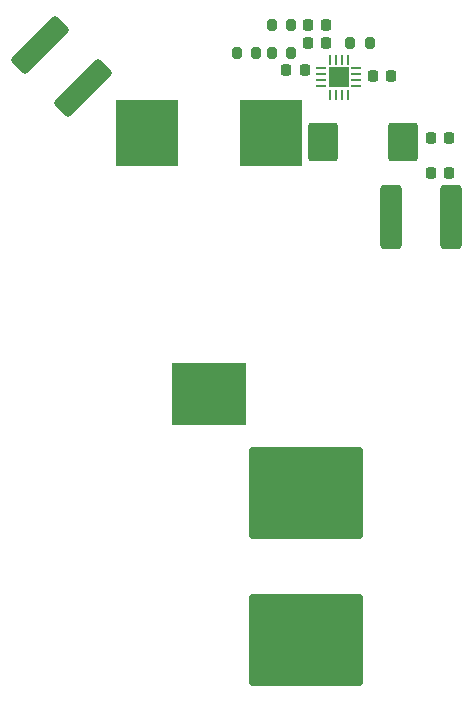
<source format=gtp>
G04 #@! TF.GenerationSoftware,KiCad,Pcbnew,8.0.1*
G04 #@! TF.CreationDate,2024-05-02T01:56:28+08:00*
G04 #@! TF.ProjectId,BatteryPod,42617474-6572-4795-906f-642e6b696361,rev?*
G04 #@! TF.SameCoordinates,Original*
G04 #@! TF.FileFunction,Paste,Top*
G04 #@! TF.FilePolarity,Positive*
%FSLAX46Y46*%
G04 Gerber Fmt 4.6, Leading zero omitted, Abs format (unit mm)*
G04 Created by KiCad (PCBNEW 8.0.1) date 2024-05-02 01:56:28*
%MOMM*%
%LPD*%
G01*
G04 APERTURE LIST*
G04 Aperture macros list*
%AMRoundRect*
0 Rectangle with rounded corners*
0 $1 Rounding radius*
0 $2 $3 $4 $5 $6 $7 $8 $9 X,Y pos of 4 corners*
0 Add a 4 corners polygon primitive as box body*
4,1,4,$2,$3,$4,$5,$6,$7,$8,$9,$2,$3,0*
0 Add four circle primitives for the rounded corners*
1,1,$1+$1,$2,$3*
1,1,$1+$1,$4,$5*
1,1,$1+$1,$6,$7*
1,1,$1+$1,$8,$9*
0 Add four rect primitives between the rounded corners*
20,1,$1+$1,$2,$3,$4,$5,0*
20,1,$1+$1,$4,$5,$6,$7,0*
20,1,$1+$1,$6,$7,$8,$9,0*
20,1,$1+$1,$8,$9,$2,$3,0*%
G04 Aperture macros list end*
%ADD10R,5.334000X5.588000*%
%ADD11R,6.350000X5.283200*%
%ADD12RoundRect,0.225000X-0.225000X-0.250000X0.225000X-0.250000X0.225000X0.250000X-0.225000X0.250000X0*%
%ADD13RoundRect,0.249998X-4.550002X3.650002X-4.550002X-3.650002X4.550002X-3.650002X4.550002X3.650002X0*%
%ADD14R,0.812800X0.254000*%
%ADD15R,0.254000X0.812800*%
%ADD16R,1.752600X1.752600*%
%ADD17RoundRect,0.250000X2.192031X1.272792X1.272792X2.192031X-2.192031X-1.272792X-1.272792X-2.192031X0*%
%ADD18RoundRect,0.250000X-0.650000X-2.450000X0.650000X-2.450000X0.650000X2.450000X-0.650000X2.450000X0*%
%ADD19RoundRect,0.200000X-0.200000X-0.275000X0.200000X-0.275000X0.200000X0.275000X-0.200000X0.275000X0*%
%ADD20RoundRect,0.200000X0.200000X0.275000X-0.200000X0.275000X-0.200000X-0.275000X0.200000X-0.275000X0*%
%ADD21RoundRect,0.225000X0.225000X0.250000X-0.225000X0.250000X-0.225000X-0.250000X0.225000X-0.250000X0*%
%ADD22RoundRect,0.250000X-1.000000X1.400000X-1.000000X-1.400000X1.000000X-1.400000X1.000000X1.400000X0*%
G04 APERTURE END LIST*
D10*
X109215001Y-89000000D03*
X98785002Y-89000000D03*
D11*
X104000000Y-111075001D03*
D12*
X122750000Y-89400000D03*
X124300000Y-89400000D03*
D13*
X112200000Y-119450000D03*
X112200000Y-131950000D03*
D14*
X116450000Y-85026989D03*
X116450000Y-84526863D03*
X116450000Y-84026737D03*
X116450000Y-83526611D03*
D15*
X115726989Y-82803600D03*
X115226863Y-82803600D03*
X114726737Y-82803600D03*
X114226611Y-82803600D03*
D14*
X113503600Y-83526611D03*
X113503600Y-84026737D03*
X113503600Y-84526863D03*
X113503600Y-85026989D03*
D15*
X114226611Y-85750000D03*
X114726737Y-85750000D03*
X115226863Y-85750000D03*
X115726989Y-85750000D03*
D16*
X114976800Y-84276800D03*
D17*
X93303122Y-85203122D03*
X89696878Y-81596878D03*
D18*
X119400000Y-96100000D03*
X124500000Y-96100000D03*
D19*
X109325000Y-79900000D03*
X110975000Y-79900000D03*
D20*
X117625000Y-81400000D03*
X115975000Y-81400000D03*
D21*
X110550000Y-83675000D03*
X112100000Y-83675000D03*
X113900000Y-79900000D03*
X112350000Y-79900000D03*
X113900000Y-81400000D03*
X112350000Y-81400000D03*
D12*
X122750000Y-92400000D03*
X124300000Y-92400000D03*
D21*
X119425000Y-84200000D03*
X117875000Y-84200000D03*
D19*
X109325000Y-82200000D03*
X110975000Y-82200000D03*
X106350000Y-82200000D03*
X108000000Y-82200000D03*
D22*
X120450000Y-89800000D03*
X113650000Y-89800000D03*
M02*

</source>
